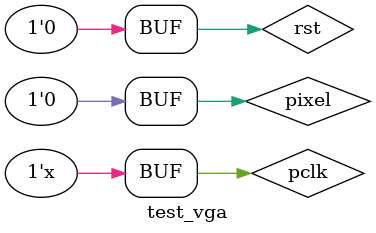
<source format=v>
`timescale 1ns / 1ps


module test_vga;

	// Inputs
	reg pclk;
	reg rst;
	reg pixel;

	// Outputs
	wire [2:0] r;
	wire [2:0] g;
	wire [2:0] b;
	wire vsync;
	wire hsync;
	wire [9:0] px;
	wire [9:0] py;
	wire [9:0] plcnt;
	wire [9:0] lncnt;
	
	wire drawon;
	wire borderon;

	// Instantiate the Unit Under Test (UUT)
	VgaModule uut (
		.pclk(pclk), 
		.rst(rst), 
		.pixel(pixel), 
		.r(r), 
		.g(g), 
		.b(b), 
		.vsync(vsync), 
		.hsync(hsync), 
		.px(px), 
		.py(py), 
		.drawon(drawon),
		.borderon(borderon),
		.plcnt(plcnt),
		.lncnt(lncnt)
	);

	initial begin
		// Initialize Inputs
		pclk = 0;
		rst = 1;
		pixel = 0;

		// Wait 100 ns for global reset to finish
		#100;
      rst = 0;  
		// Add stimulus here

	end
	
	always #20
		pclk <= ~pclk;
      
endmodule


</source>
